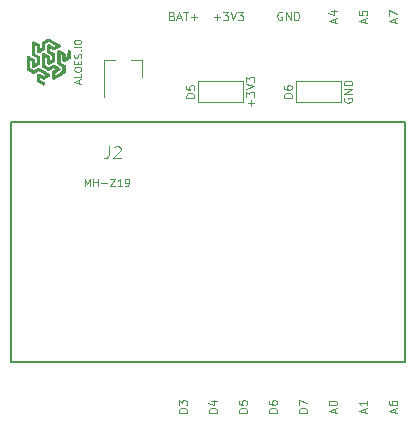
<source format=gto>
G04 #@! TF.FileFunction,Legend,Top*
%FSLAX46Y46*%
G04 Gerber Fmt 4.6, Leading zero omitted, Abs format (unit mm)*
G04 Created by KiCad (PCBNEW 4.0.7-e2-6376~58~ubuntu17.04.1) date Fri Oct  6 15:08:15 2017*
%MOMM*%
%LPD*%
G01*
G04 APERTURE LIST*
%ADD10C,0.100000*%
%ADD11C,0.127000*%
%ADD12C,0.120000*%
%ADD13C,0.010000*%
%ADD14C,0.050000*%
G04 APERTURE END LIST*
D10*
X172370000Y-96418333D02*
X172336667Y-96484999D01*
X172336667Y-96584999D01*
X172370000Y-96684999D01*
X172436667Y-96751666D01*
X172503333Y-96784999D01*
X172636667Y-96818333D01*
X172736667Y-96818333D01*
X172870000Y-96784999D01*
X172936667Y-96751666D01*
X173003333Y-96684999D01*
X173036667Y-96584999D01*
X173036667Y-96518333D01*
X173003333Y-96418333D01*
X172970000Y-96384999D01*
X172736667Y-96384999D01*
X172736667Y-96518333D01*
X173036667Y-96084999D02*
X172336667Y-96084999D01*
X173036667Y-95684999D01*
X172336667Y-95684999D01*
X173036667Y-95351666D02*
X172336667Y-95351666D01*
X172336667Y-95185000D01*
X172370000Y-95085000D01*
X172436667Y-95018333D01*
X172503333Y-94985000D01*
X172636667Y-94951666D01*
X172736667Y-94951666D01*
X172870000Y-94985000D01*
X172936667Y-95018333D01*
X173003333Y-95085000D01*
X173036667Y-95185000D01*
X173036667Y-95351666D01*
X164515000Y-97118333D02*
X164515000Y-96585000D01*
X164781667Y-96851667D02*
X164248333Y-96851667D01*
X164081667Y-96318333D02*
X164081667Y-95885000D01*
X164348333Y-96118333D01*
X164348333Y-96018333D01*
X164381667Y-95951666D01*
X164415000Y-95918333D01*
X164481667Y-95885000D01*
X164648333Y-95885000D01*
X164715000Y-95918333D01*
X164748333Y-95951666D01*
X164781667Y-96018333D01*
X164781667Y-96218333D01*
X164748333Y-96285000D01*
X164715000Y-96318333D01*
X164081667Y-95684999D02*
X164781667Y-95451666D01*
X164081667Y-95218333D01*
X164081667Y-95051666D02*
X164081667Y-94618333D01*
X164348333Y-94851666D01*
X164348333Y-94751666D01*
X164381667Y-94684999D01*
X164415000Y-94651666D01*
X164481667Y-94618333D01*
X164648333Y-94618333D01*
X164715000Y-94651666D01*
X164748333Y-94684999D01*
X164781667Y-94751666D01*
X164781667Y-94951666D01*
X164748333Y-95018333D01*
X164715000Y-95051666D01*
X159701667Y-96401666D02*
X159001667Y-96401666D01*
X159001667Y-96235000D01*
X159035000Y-96135000D01*
X159101667Y-96068333D01*
X159168333Y-96035000D01*
X159301667Y-96001666D01*
X159401667Y-96001666D01*
X159535000Y-96035000D01*
X159601667Y-96068333D01*
X159668333Y-96135000D01*
X159701667Y-96235000D01*
X159701667Y-96401666D01*
X159001667Y-95368333D02*
X159001667Y-95701666D01*
X159335000Y-95735000D01*
X159301667Y-95701666D01*
X159268333Y-95635000D01*
X159268333Y-95468333D01*
X159301667Y-95401666D01*
X159335000Y-95368333D01*
X159401667Y-95335000D01*
X159568333Y-95335000D01*
X159635000Y-95368333D01*
X159668333Y-95401666D01*
X159701667Y-95468333D01*
X159701667Y-95635000D01*
X159668333Y-95701666D01*
X159635000Y-95735000D01*
X167956667Y-96401666D02*
X167256667Y-96401666D01*
X167256667Y-96235000D01*
X167290000Y-96135000D01*
X167356667Y-96068333D01*
X167423333Y-96035000D01*
X167556667Y-96001666D01*
X167656667Y-96001666D01*
X167790000Y-96035000D01*
X167856667Y-96068333D01*
X167923333Y-96135000D01*
X167956667Y-96235000D01*
X167956667Y-96401666D01*
X167256667Y-95401666D02*
X167256667Y-95535000D01*
X167290000Y-95601666D01*
X167323333Y-95635000D01*
X167423333Y-95701666D01*
X167556667Y-95735000D01*
X167823333Y-95735000D01*
X167890000Y-95701666D01*
X167923333Y-95668333D01*
X167956667Y-95601666D01*
X167956667Y-95468333D01*
X167923333Y-95401666D01*
X167890000Y-95368333D01*
X167823333Y-95335000D01*
X167656667Y-95335000D01*
X167590000Y-95368333D01*
X167556667Y-95401666D01*
X167523333Y-95468333D01*
X167523333Y-95601666D01*
X167556667Y-95668333D01*
X167590000Y-95701666D01*
X167656667Y-95735000D01*
X149960000Y-95202142D02*
X149960000Y-94916428D01*
X150131429Y-95259285D02*
X149531429Y-95059285D01*
X150131429Y-94859285D01*
X150131429Y-94373571D02*
X150131429Y-94659285D01*
X149531429Y-94659285D01*
X149531429Y-94059285D02*
X149531429Y-93944999D01*
X149560000Y-93887857D01*
X149617143Y-93830714D01*
X149731429Y-93802142D01*
X149931429Y-93802142D01*
X150045714Y-93830714D01*
X150102857Y-93887857D01*
X150131429Y-93944999D01*
X150131429Y-94059285D01*
X150102857Y-94116428D01*
X150045714Y-94173571D01*
X149931429Y-94202142D01*
X149731429Y-94202142D01*
X149617143Y-94173571D01*
X149560000Y-94116428D01*
X149531429Y-94059285D01*
X149817143Y-93545000D02*
X149817143Y-93345000D01*
X150131429Y-93259286D02*
X150131429Y-93545000D01*
X149531429Y-93545000D01*
X149531429Y-93259286D01*
X150102857Y-93030714D02*
X150131429Y-92945000D01*
X150131429Y-92802143D01*
X150102857Y-92745000D01*
X150074286Y-92716429D01*
X150017143Y-92687857D01*
X149960000Y-92687857D01*
X149902857Y-92716429D01*
X149874286Y-92745000D01*
X149845714Y-92802143D01*
X149817143Y-92916429D01*
X149788571Y-92973571D01*
X149760000Y-93002143D01*
X149702857Y-93030714D01*
X149645714Y-93030714D01*
X149588571Y-93002143D01*
X149560000Y-92973571D01*
X149531429Y-92916429D01*
X149531429Y-92773571D01*
X149560000Y-92687857D01*
X150074286Y-92430714D02*
X150102857Y-92402142D01*
X150131429Y-92430714D01*
X150102857Y-92459285D01*
X150074286Y-92430714D01*
X150131429Y-92430714D01*
X150131429Y-92145000D02*
X149531429Y-92145000D01*
X149531429Y-91745000D02*
X149531429Y-91630714D01*
X149560000Y-91573572D01*
X149617143Y-91516429D01*
X149731429Y-91487857D01*
X149931429Y-91487857D01*
X150045714Y-91516429D01*
X150102857Y-91573572D01*
X150131429Y-91630714D01*
X150131429Y-91745000D01*
X150102857Y-91802143D01*
X150045714Y-91859286D01*
X149931429Y-91887857D01*
X149731429Y-91887857D01*
X149617143Y-91859286D01*
X149560000Y-91802143D01*
X149531429Y-91745000D01*
X176646667Y-90035000D02*
X176646667Y-89701666D01*
X176846667Y-90101666D02*
X176146667Y-89868333D01*
X176846667Y-89635000D01*
X176146667Y-89468333D02*
X176146667Y-89001666D01*
X176846667Y-89301666D01*
X174106667Y-90035000D02*
X174106667Y-89701666D01*
X174306667Y-90101666D02*
X173606667Y-89868333D01*
X174306667Y-89635000D01*
X173606667Y-89068333D02*
X173606667Y-89401666D01*
X173940000Y-89435000D01*
X173906667Y-89401666D01*
X173873333Y-89335000D01*
X173873333Y-89168333D01*
X173906667Y-89101666D01*
X173940000Y-89068333D01*
X174006667Y-89035000D01*
X174173333Y-89035000D01*
X174240000Y-89068333D01*
X174273333Y-89101666D01*
X174306667Y-89168333D01*
X174306667Y-89335000D01*
X174273333Y-89401666D01*
X174240000Y-89435000D01*
X171566667Y-90035000D02*
X171566667Y-89701666D01*
X171766667Y-90101666D02*
X171066667Y-89868333D01*
X171766667Y-89635000D01*
X171300000Y-89101666D02*
X171766667Y-89101666D01*
X171033333Y-89268333D02*
X171533333Y-89435000D01*
X171533333Y-89001666D01*
X167106667Y-89185000D02*
X167040001Y-89151667D01*
X166940001Y-89151667D01*
X166840001Y-89185000D01*
X166773334Y-89251667D01*
X166740001Y-89318333D01*
X166706667Y-89451667D01*
X166706667Y-89551667D01*
X166740001Y-89685000D01*
X166773334Y-89751667D01*
X166840001Y-89818333D01*
X166940001Y-89851667D01*
X167006667Y-89851667D01*
X167106667Y-89818333D01*
X167140001Y-89785000D01*
X167140001Y-89551667D01*
X167006667Y-89551667D01*
X167440001Y-89851667D02*
X167440001Y-89151667D01*
X167840001Y-89851667D01*
X167840001Y-89151667D01*
X168173334Y-89851667D02*
X168173334Y-89151667D01*
X168340000Y-89151667D01*
X168440000Y-89185000D01*
X168506667Y-89251667D01*
X168540000Y-89318333D01*
X168573334Y-89451667D01*
X168573334Y-89551667D01*
X168540000Y-89685000D01*
X168506667Y-89751667D01*
X168440000Y-89818333D01*
X168340000Y-89851667D01*
X168173334Y-89851667D01*
X161326667Y-89585000D02*
X161860000Y-89585000D01*
X161593333Y-89851667D02*
X161593333Y-89318333D01*
X162126667Y-89151667D02*
X162560000Y-89151667D01*
X162326667Y-89418333D01*
X162426667Y-89418333D01*
X162493334Y-89451667D01*
X162526667Y-89485000D01*
X162560000Y-89551667D01*
X162560000Y-89718333D01*
X162526667Y-89785000D01*
X162493334Y-89818333D01*
X162426667Y-89851667D01*
X162226667Y-89851667D01*
X162160000Y-89818333D01*
X162126667Y-89785000D01*
X162760001Y-89151667D02*
X162993334Y-89851667D01*
X163226667Y-89151667D01*
X163393334Y-89151667D02*
X163826667Y-89151667D01*
X163593334Y-89418333D01*
X163693334Y-89418333D01*
X163760001Y-89451667D01*
X163793334Y-89485000D01*
X163826667Y-89551667D01*
X163826667Y-89718333D01*
X163793334Y-89785000D01*
X163760001Y-89818333D01*
X163693334Y-89851667D01*
X163493334Y-89851667D01*
X163426667Y-89818333D01*
X163393334Y-89785000D01*
X157800000Y-89485000D02*
X157900000Y-89518333D01*
X157933333Y-89551667D01*
X157966667Y-89618333D01*
X157966667Y-89718333D01*
X157933333Y-89785000D01*
X157900000Y-89818333D01*
X157833333Y-89851667D01*
X157566667Y-89851667D01*
X157566667Y-89151667D01*
X157800000Y-89151667D01*
X157866667Y-89185000D01*
X157900000Y-89218333D01*
X157933333Y-89285000D01*
X157933333Y-89351667D01*
X157900000Y-89418333D01*
X157866667Y-89451667D01*
X157800000Y-89485000D01*
X157566667Y-89485000D01*
X158233333Y-89651667D02*
X158566667Y-89651667D01*
X158166667Y-89851667D02*
X158400000Y-89151667D01*
X158633333Y-89851667D01*
X158766667Y-89151667D02*
X159166667Y-89151667D01*
X158966667Y-89851667D02*
X158966667Y-89151667D01*
X159400000Y-89585000D02*
X159933333Y-89585000D01*
X159666666Y-89851667D02*
X159666666Y-89318333D01*
X176646667Y-123055000D02*
X176646667Y-122721666D01*
X176846667Y-123121666D02*
X176146667Y-122888333D01*
X176846667Y-122655000D01*
X176146667Y-122121666D02*
X176146667Y-122255000D01*
X176180000Y-122321666D01*
X176213333Y-122355000D01*
X176313333Y-122421666D01*
X176446667Y-122455000D01*
X176713333Y-122455000D01*
X176780000Y-122421666D01*
X176813333Y-122388333D01*
X176846667Y-122321666D01*
X176846667Y-122188333D01*
X176813333Y-122121666D01*
X176780000Y-122088333D01*
X176713333Y-122055000D01*
X176546667Y-122055000D01*
X176480000Y-122088333D01*
X176446667Y-122121666D01*
X176413333Y-122188333D01*
X176413333Y-122321666D01*
X176446667Y-122388333D01*
X176480000Y-122421666D01*
X176546667Y-122455000D01*
X174106667Y-123055000D02*
X174106667Y-122721666D01*
X174306667Y-123121666D02*
X173606667Y-122888333D01*
X174306667Y-122655000D01*
X174306667Y-122055000D02*
X174306667Y-122455000D01*
X174306667Y-122255000D02*
X173606667Y-122255000D01*
X173706667Y-122321666D01*
X173773333Y-122388333D01*
X173806667Y-122455000D01*
X171566667Y-123055000D02*
X171566667Y-122721666D01*
X171766667Y-123121666D02*
X171066667Y-122888333D01*
X171766667Y-122655000D01*
X171066667Y-122288333D02*
X171066667Y-122221666D01*
X171100000Y-122155000D01*
X171133333Y-122121666D01*
X171200000Y-122088333D01*
X171333333Y-122055000D01*
X171500000Y-122055000D01*
X171633333Y-122088333D01*
X171700000Y-122121666D01*
X171733333Y-122155000D01*
X171766667Y-122221666D01*
X171766667Y-122288333D01*
X171733333Y-122355000D01*
X171700000Y-122388333D01*
X171633333Y-122421666D01*
X171500000Y-122455000D01*
X171333333Y-122455000D01*
X171200000Y-122421666D01*
X171133333Y-122388333D01*
X171100000Y-122355000D01*
X171066667Y-122288333D01*
X169226667Y-123071666D02*
X168526667Y-123071666D01*
X168526667Y-122905000D01*
X168560000Y-122805000D01*
X168626667Y-122738333D01*
X168693333Y-122705000D01*
X168826667Y-122671666D01*
X168926667Y-122671666D01*
X169060000Y-122705000D01*
X169126667Y-122738333D01*
X169193333Y-122805000D01*
X169226667Y-122905000D01*
X169226667Y-123071666D01*
X168526667Y-122438333D02*
X168526667Y-121971666D01*
X169226667Y-122271666D01*
X166686667Y-123071666D02*
X165986667Y-123071666D01*
X165986667Y-122905000D01*
X166020000Y-122805000D01*
X166086667Y-122738333D01*
X166153333Y-122705000D01*
X166286667Y-122671666D01*
X166386667Y-122671666D01*
X166520000Y-122705000D01*
X166586667Y-122738333D01*
X166653333Y-122805000D01*
X166686667Y-122905000D01*
X166686667Y-123071666D01*
X165986667Y-122071666D02*
X165986667Y-122205000D01*
X166020000Y-122271666D01*
X166053333Y-122305000D01*
X166153333Y-122371666D01*
X166286667Y-122405000D01*
X166553333Y-122405000D01*
X166620000Y-122371666D01*
X166653333Y-122338333D01*
X166686667Y-122271666D01*
X166686667Y-122138333D01*
X166653333Y-122071666D01*
X166620000Y-122038333D01*
X166553333Y-122005000D01*
X166386667Y-122005000D01*
X166320000Y-122038333D01*
X166286667Y-122071666D01*
X166253333Y-122138333D01*
X166253333Y-122271666D01*
X166286667Y-122338333D01*
X166320000Y-122371666D01*
X166386667Y-122405000D01*
X164146667Y-123071666D02*
X163446667Y-123071666D01*
X163446667Y-122905000D01*
X163480000Y-122805000D01*
X163546667Y-122738333D01*
X163613333Y-122705000D01*
X163746667Y-122671666D01*
X163846667Y-122671666D01*
X163980000Y-122705000D01*
X164046667Y-122738333D01*
X164113333Y-122805000D01*
X164146667Y-122905000D01*
X164146667Y-123071666D01*
X163446667Y-122038333D02*
X163446667Y-122371666D01*
X163780000Y-122405000D01*
X163746667Y-122371666D01*
X163713333Y-122305000D01*
X163713333Y-122138333D01*
X163746667Y-122071666D01*
X163780000Y-122038333D01*
X163846667Y-122005000D01*
X164013333Y-122005000D01*
X164080000Y-122038333D01*
X164113333Y-122071666D01*
X164146667Y-122138333D01*
X164146667Y-122305000D01*
X164113333Y-122371666D01*
X164080000Y-122405000D01*
X161606667Y-123071666D02*
X160906667Y-123071666D01*
X160906667Y-122905000D01*
X160940000Y-122805000D01*
X161006667Y-122738333D01*
X161073333Y-122705000D01*
X161206667Y-122671666D01*
X161306667Y-122671666D01*
X161440000Y-122705000D01*
X161506667Y-122738333D01*
X161573333Y-122805000D01*
X161606667Y-122905000D01*
X161606667Y-123071666D01*
X161140000Y-122071666D02*
X161606667Y-122071666D01*
X160873333Y-122238333D02*
X161373333Y-122405000D01*
X161373333Y-121971666D01*
X159066667Y-123071666D02*
X158366667Y-123071666D01*
X158366667Y-122905000D01*
X158400000Y-122805000D01*
X158466667Y-122738333D01*
X158533333Y-122705000D01*
X158666667Y-122671666D01*
X158766667Y-122671666D01*
X158900000Y-122705000D01*
X158966667Y-122738333D01*
X159033333Y-122805000D01*
X159066667Y-122905000D01*
X159066667Y-123071666D01*
X158366667Y-122438333D02*
X158366667Y-122005000D01*
X158633333Y-122238333D01*
X158633333Y-122138333D01*
X158666667Y-122071666D01*
X158700000Y-122038333D01*
X158766667Y-122005000D01*
X158933333Y-122005000D01*
X159000000Y-122038333D01*
X159033333Y-122071666D01*
X159066667Y-122138333D01*
X159066667Y-122338333D01*
X159033333Y-122405000D01*
X159000000Y-122438333D01*
D11*
X144145000Y-98425000D02*
X144145000Y-118745000D01*
X144145000Y-118745000D02*
X177546000Y-118745000D01*
X177546000Y-118745000D02*
X177546000Y-98425000D01*
X177546000Y-98425000D02*
X144145000Y-98425000D01*
D12*
X160015000Y-96775000D02*
X163835000Y-96775000D01*
X163835000Y-96775000D02*
X163835000Y-94995000D01*
X163835000Y-94995000D02*
X160015000Y-94995000D01*
X160015000Y-96775000D02*
X160015000Y-94995000D01*
X168270000Y-96775000D02*
X172090000Y-96775000D01*
X172090000Y-96775000D02*
X172090000Y-94995000D01*
X172090000Y-94995000D02*
X168270000Y-94995000D01*
X168270000Y-96775000D02*
X168270000Y-94995000D01*
D13*
G36*
X145525126Y-93354945D02*
X145525220Y-93263675D01*
X145525419Y-93186716D01*
X145525760Y-93122758D01*
X145526284Y-93070489D01*
X145527027Y-93028599D01*
X145528028Y-92995776D01*
X145529325Y-92970709D01*
X145530957Y-92952088D01*
X145532962Y-92938601D01*
X145535379Y-92928938D01*
X145538245Y-92921787D01*
X145541030Y-92916758D01*
X145566640Y-92889028D01*
X145599393Y-92874938D01*
X145635443Y-92876031D01*
X145639662Y-92877211D01*
X145655949Y-92884233D01*
X145684091Y-92898526D01*
X145721785Y-92918756D01*
X145766725Y-92943590D01*
X145816606Y-92971695D01*
X145869124Y-93001739D01*
X145921973Y-93032388D01*
X145972848Y-93062309D01*
X146019445Y-93090170D01*
X146059458Y-93114638D01*
X146090583Y-93134379D01*
X146110515Y-93148061D01*
X146116037Y-93152694D01*
X146122113Y-93160064D01*
X146126798Y-93169116D01*
X146130367Y-93182179D01*
X146133096Y-93201585D01*
X146135261Y-93229664D01*
X146137138Y-93268746D01*
X146139004Y-93321163D01*
X146140108Y-93355985D01*
X146141922Y-93409701D01*
X146143804Y-93457224D01*
X146145635Y-93496121D01*
X146147296Y-93523962D01*
X146148666Y-93538313D01*
X146149121Y-93539733D01*
X146157205Y-93535723D01*
X146177349Y-93524658D01*
X146206968Y-93507988D01*
X146243477Y-93487162D01*
X146266154Y-93474117D01*
X146379884Y-93408500D01*
X146380200Y-93018186D01*
X146188386Y-92908873D01*
X146135549Y-92878381D01*
X146086730Y-92849488D01*
X146044149Y-92823565D01*
X146010027Y-92801984D01*
X145986586Y-92786117D01*
X145976719Y-92778150D01*
X145956867Y-92756740D01*
X145956867Y-91688855D01*
X145984787Y-91661794D01*
X145998613Y-91649194D01*
X146011887Y-91640167D01*
X146026269Y-91635259D01*
X146043417Y-91635016D01*
X146064992Y-91639985D01*
X146092654Y-91650711D01*
X146128061Y-91667741D01*
X146172872Y-91691622D01*
X146228749Y-91722898D01*
X146297349Y-91762117D01*
X146307734Y-91768083D01*
X146379273Y-91809520D01*
X146436979Y-91843706D01*
X146481966Y-91871354D01*
X146515343Y-91893176D01*
X146538222Y-91909885D01*
X146551716Y-91922195D01*
X146555235Y-91926833D01*
X146560610Y-91937704D01*
X146564771Y-91952023D01*
X146567955Y-91972221D01*
X146570401Y-92000729D01*
X146572348Y-92039977D01*
X146574035Y-92092397D01*
X146574934Y-92127550D01*
X146579167Y-92302868D01*
X146695583Y-92234682D01*
X146812000Y-92166496D01*
X146813077Y-92012798D01*
X146813761Y-91954858D01*
X146814949Y-91894717D01*
X146816504Y-91837683D01*
X146818291Y-91789062D01*
X146819427Y-91765967D01*
X146824700Y-91672833D01*
X146871267Y-91642081D01*
X146891506Y-91629277D01*
X146923787Y-91609539D01*
X146965503Y-91584429D01*
X147014048Y-91555511D01*
X147066814Y-91524345D01*
X147107884Y-91500264D01*
X147167415Y-91465673D01*
X147214416Y-91438920D01*
X147250831Y-91419050D01*
X147278601Y-91405109D01*
X147299668Y-91396142D01*
X147315974Y-91391195D01*
X147329461Y-91389312D01*
X147333800Y-91389200D01*
X147342672Y-91389965D01*
X147353782Y-91392677D01*
X147368291Y-91397954D01*
X147387360Y-91406419D01*
X147412149Y-91418693D01*
X147443819Y-91435398D01*
X147483530Y-91457153D01*
X147532442Y-91484580D01*
X147591717Y-91518301D01*
X147662514Y-91558936D01*
X147745995Y-91607107D01*
X147808383Y-91643201D01*
X147890677Y-91691049D01*
X147968059Y-91736436D01*
X148039271Y-91778601D01*
X148103055Y-91816780D01*
X148158155Y-91850213D01*
X148203312Y-91878138D01*
X148237268Y-91899793D01*
X148258767Y-91914415D01*
X148266108Y-91920485D01*
X148281908Y-91952355D01*
X148283691Y-91988711D01*
X148271342Y-92023880D01*
X148260929Y-92034827D01*
X148239023Y-92051368D01*
X148204911Y-92073958D01*
X148157882Y-92103051D01*
X148097224Y-92139100D01*
X148027200Y-92179703D01*
X147960759Y-92217722D01*
X147907183Y-92247923D01*
X147864790Y-92271145D01*
X147831895Y-92288232D01*
X147806813Y-92300026D01*
X147787860Y-92307367D01*
X147773352Y-92311098D01*
X147762392Y-92312066D01*
X147746334Y-92310485D01*
X147727281Y-92304971D01*
X147702690Y-92294369D01*
X147670017Y-92277523D01*
X147626722Y-92253277D01*
X147603325Y-92239779D01*
X147560213Y-92214844D01*
X147520541Y-92192065D01*
X147487340Y-92173168D01*
X147463644Y-92159883D01*
X147454425Y-92154895D01*
X147430067Y-92142298D01*
X147430329Y-92417900D01*
X147622815Y-92527966D01*
X147675657Y-92558535D01*
X147724438Y-92587420D01*
X147766956Y-92613266D01*
X147801012Y-92634717D01*
X147824405Y-92650416D01*
X147834350Y-92658319D01*
X147839494Y-92664106D01*
X147843615Y-92670545D01*
X147846824Y-92679445D01*
X147849231Y-92692612D01*
X147850948Y-92711855D01*
X147852085Y-92738980D01*
X147852753Y-92775795D01*
X147853064Y-92824108D01*
X147853129Y-92885724D01*
X147853057Y-92962453D01*
X147853056Y-92963119D01*
X147852712Y-93247633D01*
X147829773Y-93273638D01*
X147815421Y-93285714D01*
X147788880Y-93304062D01*
X147752384Y-93327412D01*
X147708167Y-93354495D01*
X147658462Y-93384040D01*
X147605504Y-93414777D01*
X147551527Y-93445436D01*
X147498764Y-93474747D01*
X147449450Y-93501440D01*
X147405818Y-93524246D01*
X147370101Y-93541893D01*
X147344536Y-93553113D01*
X147331931Y-93556667D01*
X147305766Y-93549951D01*
X147276566Y-93531632D01*
X147275363Y-93530650D01*
X147243800Y-93504634D01*
X147242881Y-93308400D01*
X147242378Y-93249153D01*
X147241479Y-93192643D01*
X147240270Y-93142069D01*
X147238832Y-93100631D01*
X147237248Y-93071527D01*
X147236531Y-93063492D01*
X147231100Y-93014818D01*
X147114683Y-92947921D01*
X146998267Y-92881025D01*
X146998267Y-93655047D01*
X147164793Y-93750499D01*
X147219379Y-93781602D01*
X147261351Y-93804964D01*
X147292658Y-93821491D01*
X147315246Y-93832088D01*
X147331063Y-93837660D01*
X147342055Y-93839112D01*
X147350170Y-93837349D01*
X147350912Y-93837025D01*
X147363483Y-93830389D01*
X147388416Y-93816478D01*
X147423459Y-93796575D01*
X147466362Y-93771964D01*
X147514876Y-93743927D01*
X147552573Y-93722016D01*
X147617296Y-93684775D01*
X147668909Y-93656170D01*
X147708520Y-93635639D01*
X147737238Y-93622618D01*
X147756169Y-93616548D01*
X147761732Y-93615933D01*
X147772795Y-93617258D01*
X147787579Y-93621706D01*
X147807408Y-93629984D01*
X147833611Y-93642802D01*
X147867512Y-93660869D01*
X147910439Y-93684892D01*
X147963718Y-93715581D01*
X148028675Y-93753644D01*
X148106637Y-93799790D01*
X148113504Y-93803870D01*
X148159948Y-93831972D01*
X148201628Y-93858155D01*
X148236240Y-93880894D01*
X148261481Y-93898663D01*
X148275047Y-93909936D01*
X148276488Y-93911807D01*
X148283936Y-93939482D01*
X148283082Y-93972792D01*
X148274254Y-94002805D01*
X148273048Y-94005097D01*
X148261287Y-94016679D01*
X148234991Y-94035619D01*
X148194700Y-94061570D01*
X148140960Y-94094185D01*
X148074311Y-94133118D01*
X148059565Y-94141583D01*
X147857634Y-94257205D01*
X147855310Y-94398480D01*
X147852986Y-94539756D01*
X147889177Y-94518565D01*
X147904349Y-94509740D01*
X147932397Y-94493487D01*
X147971533Y-94470838D01*
X148019967Y-94442830D01*
X148075909Y-94410496D01*
X148137570Y-94374872D01*
X148203160Y-94336991D01*
X148225934Y-94323842D01*
X148526500Y-94150311D01*
X148528619Y-93957205D01*
X148530738Y-93764100D01*
X148331082Y-93650142D01*
X148270296Y-93614937D01*
X148217294Y-93583219D01*
X148173637Y-93555977D01*
X148140884Y-93534199D01*
X148120594Y-93518873D01*
X148115180Y-93513369D01*
X148111849Y-93508114D01*
X148109007Y-93501562D01*
X148106615Y-93492415D01*
X148104634Y-93479374D01*
X148103026Y-93461139D01*
X148101751Y-93436412D01*
X148100773Y-93403894D01*
X148100050Y-93362286D01*
X148099546Y-93310291D01*
X148099221Y-93246608D01*
X148099036Y-93169939D01*
X148098953Y-93078985D01*
X148098934Y-92972448D01*
X148098934Y-92967926D01*
X148098950Y-92860786D01*
X148099025Y-92769270D01*
X148099199Y-92692068D01*
X148099511Y-92627869D01*
X148100001Y-92575364D01*
X148100710Y-92533243D01*
X148101677Y-92500196D01*
X148102941Y-92474913D01*
X148104543Y-92456084D01*
X148106522Y-92442400D01*
X148108918Y-92432550D01*
X148111771Y-92425224D01*
X148115121Y-92419113D01*
X148115636Y-92418274D01*
X148139053Y-92393975D01*
X148170065Y-92379582D01*
X148202647Y-92377362D01*
X148215547Y-92380679D01*
X148230696Y-92387882D01*
X148257792Y-92402214D01*
X148294548Y-92422361D01*
X148338678Y-92447008D01*
X148387893Y-92474838D01*
X148439908Y-92504537D01*
X148492435Y-92534789D01*
X148543187Y-92564278D01*
X148589877Y-92591690D01*
X148630218Y-92615709D01*
X148661923Y-92635019D01*
X148682706Y-92648305D01*
X148689483Y-92653274D01*
X148695655Y-92659415D01*
X148700325Y-92666617D01*
X148703704Y-92677144D01*
X148705999Y-92693260D01*
X148707421Y-92717228D01*
X148708178Y-92751314D01*
X148708479Y-92797780D01*
X148708533Y-92858891D01*
X148708533Y-92859642D01*
X148708804Y-92914140D01*
X148709563Y-92962447D01*
X148710730Y-93002172D01*
X148712223Y-93030922D01*
X148713963Y-93046307D01*
X148714883Y-93048241D01*
X148724038Y-93044049D01*
X148745141Y-93032762D01*
X148775535Y-93015848D01*
X148812562Y-92994779D01*
X148835533Y-92981521D01*
X148949833Y-92915226D01*
X148955054Y-92717363D01*
X148956613Y-92658172D01*
X148958087Y-92601977D01*
X148959397Y-92551892D01*
X148960459Y-92511033D01*
X148961194Y-92482512D01*
X148961404Y-92474213D01*
X148963597Y-92445208D01*
X148970268Y-92425799D01*
X148984268Y-92408727D01*
X148988829Y-92404363D01*
X149021049Y-92384402D01*
X149055950Y-92379353D01*
X149089730Y-92388487D01*
X149118584Y-92411074D01*
X149132546Y-92431931D01*
X149139210Y-92447183D01*
X149143671Y-92464357D01*
X149146260Y-92486903D01*
X149147311Y-92518269D01*
X149147157Y-92561905D01*
X149146882Y-92580546D01*
X149146074Y-92630080D01*
X149145095Y-92690550D01*
X149144043Y-92755958D01*
X149143014Y-92820308D01*
X149142467Y-92854745D01*
X149141493Y-92910175D01*
X149140381Y-92951199D01*
X149138822Y-92980343D01*
X149136505Y-93000132D01*
X149133122Y-93013093D01*
X149128365Y-93021752D01*
X149121923Y-93028635D01*
X149121101Y-93029389D01*
X149109157Y-93037872D01*
X149084505Y-93053539D01*
X149049147Y-93075184D01*
X149005084Y-93101598D01*
X148954318Y-93131575D01*
X148898849Y-93163908D01*
X148880308Y-93174627D01*
X148816525Y-93211312D01*
X148765502Y-93240296D01*
X148725409Y-93262472D01*
X148694416Y-93278734D01*
X148670691Y-93289975D01*
X148652404Y-93297087D01*
X148637724Y-93300963D01*
X148624822Y-93302497D01*
X148617841Y-93302666D01*
X148591334Y-93301145D01*
X148573961Y-93294236D01*
X148558024Y-93278420D01*
X148554017Y-93273485D01*
X148530733Y-93244305D01*
X148530731Y-93008902D01*
X148530729Y-92773500D01*
X148452415Y-92729154D01*
X148413967Y-92707332D01*
X148375503Y-92685416D01*
X148342834Y-92666721D01*
X148329650Y-92659133D01*
X148285200Y-92633457D01*
X148285239Y-93020979D01*
X148285277Y-93408500D01*
X148465155Y-93509328D01*
X148517362Y-93539093D01*
X148566334Y-93567949D01*
X148609541Y-93594333D01*
X148644457Y-93616682D01*
X148668553Y-93633433D01*
X148676783Y-93640163D01*
X148708533Y-93670170D01*
X148708264Y-93958435D01*
X148708070Y-94039032D01*
X148707610Y-94104289D01*
X148706822Y-94155798D01*
X148705642Y-94195151D01*
X148704006Y-94223940D01*
X148701852Y-94243756D01*
X148699117Y-94256192D01*
X148696181Y-94262291D01*
X148686892Y-94269219D01*
X148664216Y-94283781D01*
X148629460Y-94305199D01*
X148583931Y-94332694D01*
X148528936Y-94365487D01*
X148465783Y-94402797D01*
X148395778Y-94443845D01*
X148320230Y-94487853D01*
X148240445Y-94534041D01*
X148238191Y-94535341D01*
X148142574Y-94590503D01*
X148060472Y-94637735D01*
X147990723Y-94677552D01*
X147932164Y-94710465D01*
X147883631Y-94736990D01*
X147843962Y-94757639D01*
X147811993Y-94772925D01*
X147786563Y-94783362D01*
X147766507Y-94789464D01*
X147750663Y-94791744D01*
X147737868Y-94790714D01*
X147726959Y-94786889D01*
X147716773Y-94780783D01*
X147706148Y-94772907D01*
X147703916Y-94771202D01*
X147675600Y-94749605D01*
X147675600Y-94459077D01*
X147675646Y-94380997D01*
X147675846Y-94318060D01*
X147676294Y-94268476D01*
X147677085Y-94230454D01*
X147678313Y-94202204D01*
X147680071Y-94181936D01*
X147682453Y-94167860D01*
X147685554Y-94158185D01*
X147689468Y-94151120D01*
X147691958Y-94147755D01*
X147704424Y-94136883D01*
X147728948Y-94119515D01*
X147762814Y-94097431D01*
X147803306Y-94072408D01*
X147842241Y-94049380D01*
X147885717Y-94024149D01*
X147924583Y-94001505D01*
X147956274Y-93982950D01*
X147978226Y-93969984D01*
X147987608Y-93964287D01*
X147987857Y-93958204D01*
X147976722Y-93947077D01*
X147953431Y-93930391D01*
X147917215Y-93907633D01*
X147867302Y-93878287D01*
X147810759Y-93846226D01*
X147763884Y-93819960D01*
X147565225Y-93933667D01*
X147502275Y-93969435D01*
X147452082Y-93997282D01*
X147412921Y-94018059D01*
X147383065Y-94032619D01*
X147360789Y-94041812D01*
X147344367Y-94046490D01*
X147334348Y-94047554D01*
X147322789Y-94046245D01*
X147307477Y-94041663D01*
X147286825Y-94032999D01*
X147259244Y-94019442D01*
X147223147Y-94000183D01*
X147176948Y-93974411D01*
X147119060Y-93941317D01*
X147065727Y-93910454D01*
X146998900Y-93871484D01*
X146945367Y-93839829D01*
X146903656Y-93814514D01*
X146872293Y-93794566D01*
X146849808Y-93779010D01*
X146834728Y-93766872D01*
X146825580Y-93757179D01*
X146820893Y-93748956D01*
X146820663Y-93748324D01*
X146818701Y-93733986D01*
X146816974Y-93703229D01*
X146815491Y-93656563D01*
X146814258Y-93594501D01*
X146813284Y-93517555D01*
X146812578Y-93426236D01*
X146812147Y-93321057D01*
X146812000Y-93202529D01*
X146812000Y-92679301D01*
X146836079Y-92656233D01*
X146863211Y-92635924D01*
X146891687Y-92627687D01*
X146924594Y-92631536D01*
X146965021Y-92647489D01*
X146983569Y-92657036D01*
X147038995Y-92687379D01*
X147096937Y-92719892D01*
X147155433Y-92753397D01*
X147212519Y-92786718D01*
X147266234Y-92818676D01*
X147314615Y-92848094D01*
X147355699Y-92873794D01*
X147387522Y-92894598D01*
X147408123Y-92909329D01*
X147415278Y-92916072D01*
X147419670Y-92932759D01*
X147423455Y-92966194D01*
X147426618Y-93016200D01*
X147429148Y-93082603D01*
X147429988Y-93114059D01*
X147434300Y-93293752D01*
X147555107Y-93225242D01*
X147675913Y-93156731D01*
X147673640Y-92965115D01*
X147671367Y-92773500D01*
X147478149Y-92662640D01*
X147425182Y-92631913D01*
X147376225Y-92602877D01*
X147333480Y-92576888D01*
X147299149Y-92555303D01*
X147275436Y-92539478D01*
X147265112Y-92531406D01*
X147245292Y-92511033D01*
X147242429Y-92235867D01*
X147241747Y-92154829D01*
X147241586Y-92089143D01*
X147241989Y-92037233D01*
X147242999Y-91997523D01*
X147244659Y-91968440D01*
X147247011Y-91948407D01*
X147250098Y-91935849D01*
X147250621Y-91934527D01*
X147268176Y-91911121D01*
X147295953Y-91891994D01*
X147327240Y-91881276D01*
X147338807Y-91880266D01*
X147350870Y-91884358D01*
X147375379Y-91895876D01*
X147410172Y-91913690D01*
X147453084Y-91936665D01*
X147501952Y-91963671D01*
X147548070Y-91989814D01*
X147600245Y-92019629D01*
X147648123Y-92046790D01*
X147689578Y-92070107D01*
X147722486Y-92088389D01*
X147744720Y-92100446D01*
X147753764Y-92104962D01*
X147768235Y-92103022D01*
X147796318Y-92091317D01*
X147838073Y-92069820D01*
X147882881Y-92044679D01*
X147922032Y-92021837D01*
X147955370Y-92001805D01*
X147980404Y-91986126D01*
X147994640Y-91976344D01*
X147996967Y-91973981D01*
X147989851Y-91969065D01*
X147969846Y-91956795D01*
X147938766Y-91938223D01*
X147898423Y-91914397D01*
X147850631Y-91886367D01*
X147797202Y-91855183D01*
X147739949Y-91821894D01*
X147680686Y-91787551D01*
X147621226Y-91753203D01*
X147563380Y-91719899D01*
X147508963Y-91688690D01*
X147459787Y-91660624D01*
X147417666Y-91636753D01*
X147384412Y-91618125D01*
X147361838Y-91605790D01*
X147354564Y-91602036D01*
X147346371Y-91598662D01*
X147337648Y-91597551D01*
X147326359Y-91599606D01*
X147310472Y-91605733D01*
X147287950Y-91616838D01*
X147256760Y-91633824D01*
X147214867Y-91657598D01*
X147164609Y-91686539D01*
X146998267Y-91782574D01*
X146998232Y-91922437D01*
X146997841Y-91980687D01*
X146996790Y-92043656D01*
X146995227Y-92104776D01*
X146993299Y-92157481D01*
X146992677Y-92170555D01*
X146987156Y-92278810D01*
X146914395Y-92323696D01*
X146885076Y-92341497D01*
X146844464Y-92365753D01*
X146795939Y-92394466D01*
X146742881Y-92425639D01*
X146688669Y-92457274D01*
X146671360Y-92467324D01*
X146610825Y-92502139D01*
X146562762Y-92528738D01*
X146525158Y-92547678D01*
X146496003Y-92559517D01*
X146473284Y-92564812D01*
X146454990Y-92564122D01*
X146439110Y-92558004D01*
X146423631Y-92547015D01*
X146414067Y-92538650D01*
X146384434Y-92511730D01*
X146381470Y-92268924D01*
X146378507Y-92026117D01*
X146268024Y-91963775D01*
X146228852Y-91941751D01*
X146194799Y-91922754D01*
X146168638Y-91908320D01*
X146153141Y-91899983D01*
X146150337Y-91898611D01*
X146148860Y-91906206D01*
X146147486Y-91929067D01*
X146146244Y-91965530D01*
X146145168Y-92013929D01*
X146144287Y-92072597D01*
X146143634Y-92139868D01*
X146143241Y-92214077D01*
X146143133Y-92280128D01*
X146143133Y-92664468D01*
X146345695Y-92781948D01*
X146416071Y-92823268D01*
X146471817Y-92857132D01*
X146513365Y-92883822D01*
X146541148Y-92903617D01*
X146555598Y-92916801D01*
X146557549Y-92919824D01*
X146560840Y-92935337D01*
X146563860Y-92965150D01*
X146566564Y-93006634D01*
X146568906Y-93057157D01*
X146570842Y-93114089D01*
X146572324Y-93174798D01*
X146573308Y-93236654D01*
X146573748Y-93297026D01*
X146573598Y-93353283D01*
X146572813Y-93402795D01*
X146571348Y-93442930D01*
X146569155Y-93471058D01*
X146567292Y-93481752D01*
X146564347Y-93492571D01*
X146561255Y-93501744D01*
X146556571Y-93510291D01*
X146548844Y-93519237D01*
X146536628Y-93529604D01*
X146518475Y-93542414D01*
X146492937Y-93558690D01*
X146458565Y-93579455D01*
X146413913Y-93605731D01*
X146357532Y-93638541D01*
X146288920Y-93678358D01*
X146223411Y-93716196D01*
X146170611Y-93746055D01*
X146128699Y-93768660D01*
X146095858Y-93784734D01*
X146070268Y-93795000D01*
X146050112Y-93800184D01*
X146033570Y-93801009D01*
X146018825Y-93798197D01*
X146004057Y-93792475D01*
X146003197Y-93792085D01*
X145990295Y-93785350D01*
X145980033Y-93776945D01*
X145972110Y-93764995D01*
X145966226Y-93747622D01*
X145962079Y-93722951D01*
X145959371Y-93689105D01*
X145957800Y-93644209D01*
X145957066Y-93586385D01*
X145956869Y-93513759D01*
X145956867Y-93502726D01*
X145956867Y-93270144D01*
X145837440Y-93201739D01*
X145797124Y-93178761D01*
X145762194Y-93159070D01*
X145735176Y-93144073D01*
X145718599Y-93135178D01*
X145714588Y-93133333D01*
X145713934Y-93141520D01*
X145713414Y-93164960D01*
X145713036Y-93201976D01*
X145712803Y-93250889D01*
X145712722Y-93310019D01*
X145712797Y-93377688D01*
X145713034Y-93452216D01*
X145713365Y-93519291D01*
X145715567Y-93905250D01*
X145881263Y-94000662D01*
X146046959Y-94096075D01*
X146249008Y-93978920D01*
X146308966Y-93944240D01*
X146356216Y-93917236D01*
X146392652Y-93897013D01*
X146420167Y-93882675D01*
X146440656Y-93873327D01*
X146456015Y-93868074D01*
X146468137Y-93866019D01*
X146478917Y-93866267D01*
X146485478Y-93867141D01*
X146502941Y-93873069D01*
X146533940Y-93887548D01*
X146578622Y-93910660D01*
X146637137Y-93942485D01*
X146709635Y-93983102D01*
X146796263Y-94032591D01*
X146841633Y-94058784D01*
X146951734Y-94122577D01*
X147047882Y-94178400D01*
X147130821Y-94226692D01*
X147201296Y-94267895D01*
X147260051Y-94302447D01*
X147307831Y-94330789D01*
X147345379Y-94353361D01*
X147373441Y-94370604D01*
X147392759Y-94382956D01*
X147404080Y-94390858D01*
X147406167Y-94392547D01*
X147420795Y-94415069D01*
X147426919Y-94445757D01*
X147423898Y-94477782D01*
X147416002Y-94497330D01*
X147403803Y-94509559D01*
X147378863Y-94528302D01*
X147343428Y-94552260D01*
X147299743Y-94580133D01*
X147250056Y-94610620D01*
X147196612Y-94642422D01*
X147141657Y-94674239D01*
X147087438Y-94704770D01*
X147036200Y-94732716D01*
X146990190Y-94756777D01*
X146951653Y-94775653D01*
X146922837Y-94788043D01*
X146905987Y-94792648D01*
X146905736Y-94792652D01*
X146890275Y-94790112D01*
X146867752Y-94781812D01*
X146836451Y-94766926D01*
X146794654Y-94744627D01*
X146740647Y-94714087D01*
X146730329Y-94708133D01*
X146685472Y-94682317D01*
X146645699Y-94659676D01*
X146613295Y-94641489D01*
X146590545Y-94629038D01*
X146579734Y-94623601D01*
X146579234Y-94623466D01*
X146577785Y-94631461D01*
X146576802Y-94653570D01*
X146576334Y-94686976D01*
X146576430Y-94728865D01*
X146576840Y-94760621D01*
X146579167Y-94897775D01*
X146762963Y-95004038D01*
X146815041Y-95034541D01*
X146863509Y-95063670D01*
X146906004Y-95089947D01*
X146940165Y-95111894D01*
X146963629Y-95128034D01*
X146972513Y-95135167D01*
X146993358Y-95165696D01*
X146998146Y-95200796D01*
X146986728Y-95239230D01*
X146985479Y-95241703D01*
X146967538Y-95266286D01*
X146942886Y-95279595D01*
X146907245Y-95283850D01*
X146904262Y-95283866D01*
X146891961Y-95282851D01*
X146877346Y-95279219D01*
X146858631Y-95272086D01*
X146834030Y-95260572D01*
X146801755Y-95243795D01*
X146760019Y-95220872D01*
X146707037Y-95190923D01*
X146651822Y-95159282D01*
X146595220Y-95126280D01*
X146542144Y-95094497D01*
X146494754Y-95065291D01*
X146455214Y-95040024D01*
X146425684Y-95020053D01*
X146408327Y-95006740D01*
X146406509Y-95004998D01*
X146377785Y-94975300D01*
X146386581Y-94408492D01*
X146413158Y-94384746D01*
X146428535Y-94372194D01*
X146443580Y-94363766D01*
X146460101Y-94360026D01*
X146479904Y-94361537D01*
X146504797Y-94368863D01*
X146536587Y-94382567D01*
X146577083Y-94403212D01*
X146628090Y-94431362D01*
X146691416Y-94467581D01*
X146706144Y-94476089D01*
X146905187Y-94591177D01*
X146945377Y-94568047D01*
X146970189Y-94553708D01*
X147004266Y-94533938D01*
X147042253Y-94511846D01*
X147064885Y-94498658D01*
X147144203Y-94452400D01*
X147069118Y-94408557D01*
X147043507Y-94393675D01*
X147005586Y-94371741D01*
X146957736Y-94344127D01*
X146902337Y-94312204D01*
X146841768Y-94277344D01*
X146778411Y-94240919D01*
X146737627Y-94217493D01*
X146481220Y-94070274D01*
X146449760Y-94085251D01*
X146432585Y-94094145D01*
X146403663Y-94109909D01*
X146365900Y-94130928D01*
X146322202Y-94155581D01*
X146275474Y-94182254D01*
X146274367Y-94182889D01*
X146213218Y-94217960D01*
X146164901Y-94245419D01*
X146127571Y-94266106D01*
X146099385Y-94280859D01*
X146078499Y-94290517D01*
X146063070Y-94295918D01*
X146051254Y-94297901D01*
X146041208Y-94297304D01*
X146031087Y-94294966D01*
X146029135Y-94294430D01*
X146014716Y-94288287D01*
X145987749Y-94274724D01*
X145950308Y-94254863D01*
X145904466Y-94229827D01*
X145852294Y-94200740D01*
X145795865Y-94168724D01*
X145774614Y-94156528D01*
X145703646Y-94115325D01*
X145646641Y-94081417D01*
X145602604Y-94054162D01*
X145570539Y-94032922D01*
X145549451Y-94017055D01*
X145538345Y-94005922D01*
X145536959Y-94003704D01*
X145534445Y-93996411D01*
X145532297Y-93984134D01*
X145530489Y-93965666D01*
X145528995Y-93939800D01*
X145527788Y-93905330D01*
X145526842Y-93861049D01*
X145526131Y-93805750D01*
X145525627Y-93738227D01*
X145525305Y-93657274D01*
X145525138Y-93561683D01*
X145525098Y-93461837D01*
X145525126Y-93354945D01*
X145525126Y-93354945D01*
G37*
X145525126Y-93354945D02*
X145525220Y-93263675D01*
X145525419Y-93186716D01*
X145525760Y-93122758D01*
X145526284Y-93070489D01*
X145527027Y-93028599D01*
X145528028Y-92995776D01*
X145529325Y-92970709D01*
X145530957Y-92952088D01*
X145532962Y-92938601D01*
X145535379Y-92928938D01*
X145538245Y-92921787D01*
X145541030Y-92916758D01*
X145566640Y-92889028D01*
X145599393Y-92874938D01*
X145635443Y-92876031D01*
X145639662Y-92877211D01*
X145655949Y-92884233D01*
X145684091Y-92898526D01*
X145721785Y-92918756D01*
X145766725Y-92943590D01*
X145816606Y-92971695D01*
X145869124Y-93001739D01*
X145921973Y-93032388D01*
X145972848Y-93062309D01*
X146019445Y-93090170D01*
X146059458Y-93114638D01*
X146090583Y-93134379D01*
X146110515Y-93148061D01*
X146116037Y-93152694D01*
X146122113Y-93160064D01*
X146126798Y-93169116D01*
X146130367Y-93182179D01*
X146133096Y-93201585D01*
X146135261Y-93229664D01*
X146137138Y-93268746D01*
X146139004Y-93321163D01*
X146140108Y-93355985D01*
X146141922Y-93409701D01*
X146143804Y-93457224D01*
X146145635Y-93496121D01*
X146147296Y-93523962D01*
X146148666Y-93538313D01*
X146149121Y-93539733D01*
X146157205Y-93535723D01*
X146177349Y-93524658D01*
X146206968Y-93507988D01*
X146243477Y-93487162D01*
X146266154Y-93474117D01*
X146379884Y-93408500D01*
X146380200Y-93018186D01*
X146188386Y-92908873D01*
X146135549Y-92878381D01*
X146086730Y-92849488D01*
X146044149Y-92823565D01*
X146010027Y-92801984D01*
X145986586Y-92786117D01*
X145976719Y-92778150D01*
X145956867Y-92756740D01*
X145956867Y-91688855D01*
X145984787Y-91661794D01*
X145998613Y-91649194D01*
X146011887Y-91640167D01*
X146026269Y-91635259D01*
X146043417Y-91635016D01*
X146064992Y-91639985D01*
X146092654Y-91650711D01*
X146128061Y-91667741D01*
X146172872Y-91691622D01*
X146228749Y-91722898D01*
X146297349Y-91762117D01*
X146307734Y-91768083D01*
X146379273Y-91809520D01*
X146436979Y-91843706D01*
X146481966Y-91871354D01*
X146515343Y-91893176D01*
X146538222Y-91909885D01*
X146551716Y-91922195D01*
X146555235Y-91926833D01*
X146560610Y-91937704D01*
X146564771Y-91952023D01*
X146567955Y-91972221D01*
X146570401Y-92000729D01*
X146572348Y-92039977D01*
X146574035Y-92092397D01*
X146574934Y-92127550D01*
X146579167Y-92302868D01*
X146695583Y-92234682D01*
X146812000Y-92166496D01*
X146813077Y-92012798D01*
X146813761Y-91954858D01*
X146814949Y-91894717D01*
X146816504Y-91837683D01*
X146818291Y-91789062D01*
X146819427Y-91765967D01*
X146824700Y-91672833D01*
X146871267Y-91642081D01*
X146891506Y-91629277D01*
X146923787Y-91609539D01*
X146965503Y-91584429D01*
X147014048Y-91555511D01*
X147066814Y-91524345D01*
X147107884Y-91500264D01*
X147167415Y-91465673D01*
X147214416Y-91438920D01*
X147250831Y-91419050D01*
X147278601Y-91405109D01*
X147299668Y-91396142D01*
X147315974Y-91391195D01*
X147329461Y-91389312D01*
X147333800Y-91389200D01*
X147342672Y-91389965D01*
X147353782Y-91392677D01*
X147368291Y-91397954D01*
X147387360Y-91406419D01*
X147412149Y-91418693D01*
X147443819Y-91435398D01*
X147483530Y-91457153D01*
X147532442Y-91484580D01*
X147591717Y-91518301D01*
X147662514Y-91558936D01*
X147745995Y-91607107D01*
X147808383Y-91643201D01*
X147890677Y-91691049D01*
X147968059Y-91736436D01*
X148039271Y-91778601D01*
X148103055Y-91816780D01*
X148158155Y-91850213D01*
X148203312Y-91878138D01*
X148237268Y-91899793D01*
X148258767Y-91914415D01*
X148266108Y-91920485D01*
X148281908Y-91952355D01*
X148283691Y-91988711D01*
X148271342Y-92023880D01*
X148260929Y-92034827D01*
X148239023Y-92051368D01*
X148204911Y-92073958D01*
X148157882Y-92103051D01*
X148097224Y-92139100D01*
X148027200Y-92179703D01*
X147960759Y-92217722D01*
X147907183Y-92247923D01*
X147864790Y-92271145D01*
X147831895Y-92288232D01*
X147806813Y-92300026D01*
X147787860Y-92307367D01*
X147773352Y-92311098D01*
X147762392Y-92312066D01*
X147746334Y-92310485D01*
X147727281Y-92304971D01*
X147702690Y-92294369D01*
X147670017Y-92277523D01*
X147626722Y-92253277D01*
X147603325Y-92239779D01*
X147560213Y-92214844D01*
X147520541Y-92192065D01*
X147487340Y-92173168D01*
X147463644Y-92159883D01*
X147454425Y-92154895D01*
X147430067Y-92142298D01*
X147430329Y-92417900D01*
X147622815Y-92527966D01*
X147675657Y-92558535D01*
X147724438Y-92587420D01*
X147766956Y-92613266D01*
X147801012Y-92634717D01*
X147824405Y-92650416D01*
X147834350Y-92658319D01*
X147839494Y-92664106D01*
X147843615Y-92670545D01*
X147846824Y-92679445D01*
X147849231Y-92692612D01*
X147850948Y-92711855D01*
X147852085Y-92738980D01*
X147852753Y-92775795D01*
X147853064Y-92824108D01*
X147853129Y-92885724D01*
X147853057Y-92962453D01*
X147853056Y-92963119D01*
X147852712Y-93247633D01*
X147829773Y-93273638D01*
X147815421Y-93285714D01*
X147788880Y-93304062D01*
X147752384Y-93327412D01*
X147708167Y-93354495D01*
X147658462Y-93384040D01*
X147605504Y-93414777D01*
X147551527Y-93445436D01*
X147498764Y-93474747D01*
X147449450Y-93501440D01*
X147405818Y-93524246D01*
X147370101Y-93541893D01*
X147344536Y-93553113D01*
X147331931Y-93556667D01*
X147305766Y-93549951D01*
X147276566Y-93531632D01*
X147275363Y-93530650D01*
X147243800Y-93504634D01*
X147242881Y-93308400D01*
X147242378Y-93249153D01*
X147241479Y-93192643D01*
X147240270Y-93142069D01*
X147238832Y-93100631D01*
X147237248Y-93071527D01*
X147236531Y-93063492D01*
X147231100Y-93014818D01*
X147114683Y-92947921D01*
X146998267Y-92881025D01*
X146998267Y-93655047D01*
X147164793Y-93750499D01*
X147219379Y-93781602D01*
X147261351Y-93804964D01*
X147292658Y-93821491D01*
X147315246Y-93832088D01*
X147331063Y-93837660D01*
X147342055Y-93839112D01*
X147350170Y-93837349D01*
X147350912Y-93837025D01*
X147363483Y-93830389D01*
X147388416Y-93816478D01*
X147423459Y-93796575D01*
X147466362Y-93771964D01*
X147514876Y-93743927D01*
X147552573Y-93722016D01*
X147617296Y-93684775D01*
X147668909Y-93656170D01*
X147708520Y-93635639D01*
X147737238Y-93622618D01*
X147756169Y-93616548D01*
X147761732Y-93615933D01*
X147772795Y-93617258D01*
X147787579Y-93621706D01*
X147807408Y-93629984D01*
X147833611Y-93642802D01*
X147867512Y-93660869D01*
X147910439Y-93684892D01*
X147963718Y-93715581D01*
X148028675Y-93753644D01*
X148106637Y-93799790D01*
X148113504Y-93803870D01*
X148159948Y-93831972D01*
X148201628Y-93858155D01*
X148236240Y-93880894D01*
X148261481Y-93898663D01*
X148275047Y-93909936D01*
X148276488Y-93911807D01*
X148283936Y-93939482D01*
X148283082Y-93972792D01*
X148274254Y-94002805D01*
X148273048Y-94005097D01*
X148261287Y-94016679D01*
X148234991Y-94035619D01*
X148194700Y-94061570D01*
X148140960Y-94094185D01*
X148074311Y-94133118D01*
X148059565Y-94141583D01*
X147857634Y-94257205D01*
X147855310Y-94398480D01*
X147852986Y-94539756D01*
X147889177Y-94518565D01*
X147904349Y-94509740D01*
X147932397Y-94493487D01*
X147971533Y-94470838D01*
X148019967Y-94442830D01*
X148075909Y-94410496D01*
X148137570Y-94374872D01*
X148203160Y-94336991D01*
X148225934Y-94323842D01*
X148526500Y-94150311D01*
X148528619Y-93957205D01*
X148530738Y-93764100D01*
X148331082Y-93650142D01*
X148270296Y-93614937D01*
X148217294Y-93583219D01*
X148173637Y-93555977D01*
X148140884Y-93534199D01*
X148120594Y-93518873D01*
X148115180Y-93513369D01*
X148111849Y-93508114D01*
X148109007Y-93501562D01*
X148106615Y-93492415D01*
X148104634Y-93479374D01*
X148103026Y-93461139D01*
X148101751Y-93436412D01*
X148100773Y-93403894D01*
X148100050Y-93362286D01*
X148099546Y-93310291D01*
X148099221Y-93246608D01*
X148099036Y-93169939D01*
X148098953Y-93078985D01*
X148098934Y-92972448D01*
X148098934Y-92967926D01*
X148098950Y-92860786D01*
X148099025Y-92769270D01*
X148099199Y-92692068D01*
X148099511Y-92627869D01*
X148100001Y-92575364D01*
X148100710Y-92533243D01*
X148101677Y-92500196D01*
X148102941Y-92474913D01*
X148104543Y-92456084D01*
X148106522Y-92442400D01*
X148108918Y-92432550D01*
X148111771Y-92425224D01*
X148115121Y-92419113D01*
X148115636Y-92418274D01*
X148139053Y-92393975D01*
X148170065Y-92379582D01*
X148202647Y-92377362D01*
X148215547Y-92380679D01*
X148230696Y-92387882D01*
X148257792Y-92402214D01*
X148294548Y-92422361D01*
X148338678Y-92447008D01*
X148387893Y-92474838D01*
X148439908Y-92504537D01*
X148492435Y-92534789D01*
X148543187Y-92564278D01*
X148589877Y-92591690D01*
X148630218Y-92615709D01*
X148661923Y-92635019D01*
X148682706Y-92648305D01*
X148689483Y-92653274D01*
X148695655Y-92659415D01*
X148700325Y-92666617D01*
X148703704Y-92677144D01*
X148705999Y-92693260D01*
X148707421Y-92717228D01*
X148708178Y-92751314D01*
X148708479Y-92797780D01*
X148708533Y-92858891D01*
X148708533Y-92859642D01*
X148708804Y-92914140D01*
X148709563Y-92962447D01*
X148710730Y-93002172D01*
X148712223Y-93030922D01*
X148713963Y-93046307D01*
X148714883Y-93048241D01*
X148724038Y-93044049D01*
X148745141Y-93032762D01*
X148775535Y-93015848D01*
X148812562Y-92994779D01*
X148835533Y-92981521D01*
X148949833Y-92915226D01*
X148955054Y-92717363D01*
X148956613Y-92658172D01*
X148958087Y-92601977D01*
X148959397Y-92551892D01*
X148960459Y-92511033D01*
X148961194Y-92482512D01*
X148961404Y-92474213D01*
X148963597Y-92445208D01*
X148970268Y-92425799D01*
X148984268Y-92408727D01*
X148988829Y-92404363D01*
X149021049Y-92384402D01*
X149055950Y-92379353D01*
X149089730Y-92388487D01*
X149118584Y-92411074D01*
X149132546Y-92431931D01*
X149139210Y-92447183D01*
X149143671Y-92464357D01*
X149146260Y-92486903D01*
X149147311Y-92518269D01*
X149147157Y-92561905D01*
X149146882Y-92580546D01*
X149146074Y-92630080D01*
X149145095Y-92690550D01*
X149144043Y-92755958D01*
X149143014Y-92820308D01*
X149142467Y-92854745D01*
X149141493Y-92910175D01*
X149140381Y-92951199D01*
X149138822Y-92980343D01*
X149136505Y-93000132D01*
X149133122Y-93013093D01*
X149128365Y-93021752D01*
X149121923Y-93028635D01*
X149121101Y-93029389D01*
X149109157Y-93037872D01*
X149084505Y-93053539D01*
X149049147Y-93075184D01*
X149005084Y-93101598D01*
X148954318Y-93131575D01*
X148898849Y-93163908D01*
X148880308Y-93174627D01*
X148816525Y-93211312D01*
X148765502Y-93240296D01*
X148725409Y-93262472D01*
X148694416Y-93278734D01*
X148670691Y-93289975D01*
X148652404Y-93297087D01*
X148637724Y-93300963D01*
X148624822Y-93302497D01*
X148617841Y-93302666D01*
X148591334Y-93301145D01*
X148573961Y-93294236D01*
X148558024Y-93278420D01*
X148554017Y-93273485D01*
X148530733Y-93244305D01*
X148530731Y-93008902D01*
X148530729Y-92773500D01*
X148452415Y-92729154D01*
X148413967Y-92707332D01*
X148375503Y-92685416D01*
X148342834Y-92666721D01*
X148329650Y-92659133D01*
X148285200Y-92633457D01*
X148285239Y-93020979D01*
X148285277Y-93408500D01*
X148465155Y-93509328D01*
X148517362Y-93539093D01*
X148566334Y-93567949D01*
X148609541Y-93594333D01*
X148644457Y-93616682D01*
X148668553Y-93633433D01*
X148676783Y-93640163D01*
X148708533Y-93670170D01*
X148708264Y-93958435D01*
X148708070Y-94039032D01*
X148707610Y-94104289D01*
X148706822Y-94155798D01*
X148705642Y-94195151D01*
X148704006Y-94223940D01*
X148701852Y-94243756D01*
X148699117Y-94256192D01*
X148696181Y-94262291D01*
X148686892Y-94269219D01*
X148664216Y-94283781D01*
X148629460Y-94305199D01*
X148583931Y-94332694D01*
X148528936Y-94365487D01*
X148465783Y-94402797D01*
X148395778Y-94443845D01*
X148320230Y-94487853D01*
X148240445Y-94534041D01*
X148238191Y-94535341D01*
X148142574Y-94590503D01*
X148060472Y-94637735D01*
X147990723Y-94677552D01*
X147932164Y-94710465D01*
X147883631Y-94736990D01*
X147843962Y-94757639D01*
X147811993Y-94772925D01*
X147786563Y-94783362D01*
X147766507Y-94789464D01*
X147750663Y-94791744D01*
X147737868Y-94790714D01*
X147726959Y-94786889D01*
X147716773Y-94780783D01*
X147706148Y-94772907D01*
X147703916Y-94771202D01*
X147675600Y-94749605D01*
X147675600Y-94459077D01*
X147675646Y-94380997D01*
X147675846Y-94318060D01*
X147676294Y-94268476D01*
X147677085Y-94230454D01*
X147678313Y-94202204D01*
X147680071Y-94181936D01*
X147682453Y-94167860D01*
X147685554Y-94158185D01*
X147689468Y-94151120D01*
X147691958Y-94147755D01*
X147704424Y-94136883D01*
X147728948Y-94119515D01*
X147762814Y-94097431D01*
X147803306Y-94072408D01*
X147842241Y-94049380D01*
X147885717Y-94024149D01*
X147924583Y-94001505D01*
X147956274Y-93982950D01*
X147978226Y-93969984D01*
X147987608Y-93964287D01*
X147987857Y-93958204D01*
X147976722Y-93947077D01*
X147953431Y-93930391D01*
X147917215Y-93907633D01*
X147867302Y-93878287D01*
X147810759Y-93846226D01*
X147763884Y-93819960D01*
X147565225Y-93933667D01*
X147502275Y-93969435D01*
X147452082Y-93997282D01*
X147412921Y-94018059D01*
X147383065Y-94032619D01*
X147360789Y-94041812D01*
X147344367Y-94046490D01*
X147334348Y-94047554D01*
X147322789Y-94046245D01*
X147307477Y-94041663D01*
X147286825Y-94032999D01*
X147259244Y-94019442D01*
X147223147Y-94000183D01*
X147176948Y-93974411D01*
X147119060Y-93941317D01*
X147065727Y-93910454D01*
X146998900Y-93871484D01*
X146945367Y-93839829D01*
X146903656Y-93814514D01*
X146872293Y-93794566D01*
X146849808Y-93779010D01*
X146834728Y-93766872D01*
X146825580Y-93757179D01*
X146820893Y-93748956D01*
X146820663Y-93748324D01*
X146818701Y-93733986D01*
X146816974Y-93703229D01*
X146815491Y-93656563D01*
X146814258Y-93594501D01*
X146813284Y-93517555D01*
X146812578Y-93426236D01*
X146812147Y-93321057D01*
X146812000Y-93202529D01*
X146812000Y-92679301D01*
X146836079Y-92656233D01*
X146863211Y-92635924D01*
X146891687Y-92627687D01*
X146924594Y-92631536D01*
X146965021Y-92647489D01*
X146983569Y-92657036D01*
X147038995Y-92687379D01*
X147096937Y-92719892D01*
X147155433Y-92753397D01*
X147212519Y-92786718D01*
X147266234Y-92818676D01*
X147314615Y-92848094D01*
X147355699Y-92873794D01*
X147387522Y-92894598D01*
X147408123Y-92909329D01*
X147415278Y-92916072D01*
X147419670Y-92932759D01*
X147423455Y-92966194D01*
X147426618Y-93016200D01*
X147429148Y-93082603D01*
X147429988Y-93114059D01*
X147434300Y-93293752D01*
X147555107Y-93225242D01*
X147675913Y-93156731D01*
X147673640Y-92965115D01*
X147671367Y-92773500D01*
X147478149Y-92662640D01*
X147425182Y-92631913D01*
X147376225Y-92602877D01*
X147333480Y-92576888D01*
X147299149Y-92555303D01*
X147275436Y-92539478D01*
X147265112Y-92531406D01*
X147245292Y-92511033D01*
X147242429Y-92235867D01*
X147241747Y-92154829D01*
X147241586Y-92089143D01*
X147241989Y-92037233D01*
X147242999Y-91997523D01*
X147244659Y-91968440D01*
X147247011Y-91948407D01*
X147250098Y-91935849D01*
X147250621Y-91934527D01*
X147268176Y-91911121D01*
X147295953Y-91891994D01*
X147327240Y-91881276D01*
X147338807Y-91880266D01*
X147350870Y-91884358D01*
X147375379Y-91895876D01*
X147410172Y-91913690D01*
X147453084Y-91936665D01*
X147501952Y-91963671D01*
X147548070Y-91989814D01*
X147600245Y-92019629D01*
X147648123Y-92046790D01*
X147689578Y-92070107D01*
X147722486Y-92088389D01*
X147744720Y-92100446D01*
X147753764Y-92104962D01*
X147768235Y-92103022D01*
X147796318Y-92091317D01*
X147838073Y-92069820D01*
X147882881Y-92044679D01*
X147922032Y-92021837D01*
X147955370Y-92001805D01*
X147980404Y-91986126D01*
X147994640Y-91976344D01*
X147996967Y-91973981D01*
X147989851Y-91969065D01*
X147969846Y-91956795D01*
X147938766Y-91938223D01*
X147898423Y-91914397D01*
X147850631Y-91886367D01*
X147797202Y-91855183D01*
X147739949Y-91821894D01*
X147680686Y-91787551D01*
X147621226Y-91753203D01*
X147563380Y-91719899D01*
X147508963Y-91688690D01*
X147459787Y-91660624D01*
X147417666Y-91636753D01*
X147384412Y-91618125D01*
X147361838Y-91605790D01*
X147354564Y-91602036D01*
X147346371Y-91598662D01*
X147337648Y-91597551D01*
X147326359Y-91599606D01*
X147310472Y-91605733D01*
X147287950Y-91616838D01*
X147256760Y-91633824D01*
X147214867Y-91657598D01*
X147164609Y-91686539D01*
X146998267Y-91782574D01*
X146998232Y-91922437D01*
X146997841Y-91980687D01*
X146996790Y-92043656D01*
X146995227Y-92104776D01*
X146993299Y-92157481D01*
X146992677Y-92170555D01*
X146987156Y-92278810D01*
X146914395Y-92323696D01*
X146885076Y-92341497D01*
X146844464Y-92365753D01*
X146795939Y-92394466D01*
X146742881Y-92425639D01*
X146688669Y-92457274D01*
X146671360Y-92467324D01*
X146610825Y-92502139D01*
X146562762Y-92528738D01*
X146525158Y-92547678D01*
X146496003Y-92559517D01*
X146473284Y-92564812D01*
X146454990Y-92564122D01*
X146439110Y-92558004D01*
X146423631Y-92547015D01*
X146414067Y-92538650D01*
X146384434Y-92511730D01*
X146381470Y-92268924D01*
X146378507Y-92026117D01*
X146268024Y-91963775D01*
X146228852Y-91941751D01*
X146194799Y-91922754D01*
X146168638Y-91908320D01*
X146153141Y-91899983D01*
X146150337Y-91898611D01*
X146148860Y-91906206D01*
X146147486Y-91929067D01*
X146146244Y-91965530D01*
X146145168Y-92013929D01*
X146144287Y-92072597D01*
X146143634Y-92139868D01*
X146143241Y-92214077D01*
X146143133Y-92280128D01*
X146143133Y-92664468D01*
X146345695Y-92781948D01*
X146416071Y-92823268D01*
X146471817Y-92857132D01*
X146513365Y-92883822D01*
X146541148Y-92903617D01*
X146555598Y-92916801D01*
X146557549Y-92919824D01*
X146560840Y-92935337D01*
X146563860Y-92965150D01*
X146566564Y-93006634D01*
X146568906Y-93057157D01*
X146570842Y-93114089D01*
X146572324Y-93174798D01*
X146573308Y-93236654D01*
X146573748Y-93297026D01*
X146573598Y-93353283D01*
X146572813Y-93402795D01*
X146571348Y-93442930D01*
X146569155Y-93471058D01*
X146567292Y-93481752D01*
X146564347Y-93492571D01*
X146561255Y-93501744D01*
X146556571Y-93510291D01*
X146548844Y-93519237D01*
X146536628Y-93529604D01*
X146518475Y-93542414D01*
X146492937Y-93558690D01*
X146458565Y-93579455D01*
X146413913Y-93605731D01*
X146357532Y-93638541D01*
X146288920Y-93678358D01*
X146223411Y-93716196D01*
X146170611Y-93746055D01*
X146128699Y-93768660D01*
X146095858Y-93784734D01*
X146070268Y-93795000D01*
X146050112Y-93800184D01*
X146033570Y-93801009D01*
X146018825Y-93798197D01*
X146004057Y-93792475D01*
X146003197Y-93792085D01*
X145990295Y-93785350D01*
X145980033Y-93776945D01*
X145972110Y-93764995D01*
X145966226Y-93747622D01*
X145962079Y-93722951D01*
X145959371Y-93689105D01*
X145957800Y-93644209D01*
X145957066Y-93586385D01*
X145956869Y-93513759D01*
X145956867Y-93502726D01*
X145956867Y-93270144D01*
X145837440Y-93201739D01*
X145797124Y-93178761D01*
X145762194Y-93159070D01*
X145735176Y-93144073D01*
X145718599Y-93135178D01*
X145714588Y-93133333D01*
X145713934Y-93141520D01*
X145713414Y-93164960D01*
X145713036Y-93201976D01*
X145712803Y-93250889D01*
X145712722Y-93310019D01*
X145712797Y-93377688D01*
X145713034Y-93452216D01*
X145713365Y-93519291D01*
X145715567Y-93905250D01*
X145881263Y-94000662D01*
X146046959Y-94096075D01*
X146249008Y-93978920D01*
X146308966Y-93944240D01*
X146356216Y-93917236D01*
X146392652Y-93897013D01*
X146420167Y-93882675D01*
X146440656Y-93873327D01*
X146456015Y-93868074D01*
X146468137Y-93866019D01*
X146478917Y-93866267D01*
X146485478Y-93867141D01*
X146502941Y-93873069D01*
X146533940Y-93887548D01*
X146578622Y-93910660D01*
X146637137Y-93942485D01*
X146709635Y-93983102D01*
X146796263Y-94032591D01*
X146841633Y-94058784D01*
X146951734Y-94122577D01*
X147047882Y-94178400D01*
X147130821Y-94226692D01*
X147201296Y-94267895D01*
X147260051Y-94302447D01*
X147307831Y-94330789D01*
X147345379Y-94353361D01*
X147373441Y-94370604D01*
X147392759Y-94382956D01*
X147404080Y-94390858D01*
X147406167Y-94392547D01*
X147420795Y-94415069D01*
X147426919Y-94445757D01*
X147423898Y-94477782D01*
X147416002Y-94497330D01*
X147403803Y-94509559D01*
X147378863Y-94528302D01*
X147343428Y-94552260D01*
X147299743Y-94580133D01*
X147250056Y-94610620D01*
X147196612Y-94642422D01*
X147141657Y-94674239D01*
X147087438Y-94704770D01*
X147036200Y-94732716D01*
X146990190Y-94756777D01*
X146951653Y-94775653D01*
X146922837Y-94788043D01*
X146905987Y-94792648D01*
X146905736Y-94792652D01*
X146890275Y-94790112D01*
X146867752Y-94781812D01*
X146836451Y-94766926D01*
X146794654Y-94744627D01*
X146740647Y-94714087D01*
X146730329Y-94708133D01*
X146685472Y-94682317D01*
X146645699Y-94659676D01*
X146613295Y-94641489D01*
X146590545Y-94629038D01*
X146579734Y-94623601D01*
X146579234Y-94623466D01*
X146577785Y-94631461D01*
X146576802Y-94653570D01*
X146576334Y-94686976D01*
X146576430Y-94728865D01*
X146576840Y-94760621D01*
X146579167Y-94897775D01*
X146762963Y-95004038D01*
X146815041Y-95034541D01*
X146863509Y-95063670D01*
X146906004Y-95089947D01*
X146940165Y-95111894D01*
X146963629Y-95128034D01*
X146972513Y-95135167D01*
X146993358Y-95165696D01*
X146998146Y-95200796D01*
X146986728Y-95239230D01*
X146985479Y-95241703D01*
X146967538Y-95266286D01*
X146942886Y-95279595D01*
X146907245Y-95283850D01*
X146904262Y-95283866D01*
X146891961Y-95282851D01*
X146877346Y-95279219D01*
X146858631Y-95272086D01*
X146834030Y-95260572D01*
X146801755Y-95243795D01*
X146760019Y-95220872D01*
X146707037Y-95190923D01*
X146651822Y-95159282D01*
X146595220Y-95126280D01*
X146542144Y-95094497D01*
X146494754Y-95065291D01*
X146455214Y-95040024D01*
X146425684Y-95020053D01*
X146408327Y-95006740D01*
X146406509Y-95004998D01*
X146377785Y-94975300D01*
X146386581Y-94408492D01*
X146413158Y-94384746D01*
X146428535Y-94372194D01*
X146443580Y-94363766D01*
X146460101Y-94360026D01*
X146479904Y-94361537D01*
X146504797Y-94368863D01*
X146536587Y-94382567D01*
X146577083Y-94403212D01*
X146628090Y-94431362D01*
X146691416Y-94467581D01*
X146706144Y-94476089D01*
X146905187Y-94591177D01*
X146945377Y-94568047D01*
X146970189Y-94553708D01*
X147004266Y-94533938D01*
X147042253Y-94511846D01*
X147064885Y-94498658D01*
X147144203Y-94452400D01*
X147069118Y-94408557D01*
X147043507Y-94393675D01*
X147005586Y-94371741D01*
X146957736Y-94344127D01*
X146902337Y-94312204D01*
X146841768Y-94277344D01*
X146778411Y-94240919D01*
X146737627Y-94217493D01*
X146481220Y-94070274D01*
X146449760Y-94085251D01*
X146432585Y-94094145D01*
X146403663Y-94109909D01*
X146365900Y-94130928D01*
X146322202Y-94155581D01*
X146275474Y-94182254D01*
X146274367Y-94182889D01*
X146213218Y-94217960D01*
X146164901Y-94245419D01*
X146127571Y-94266106D01*
X146099385Y-94280859D01*
X146078499Y-94290517D01*
X146063070Y-94295918D01*
X146051254Y-94297901D01*
X146041208Y-94297304D01*
X146031087Y-94294966D01*
X146029135Y-94294430D01*
X146014716Y-94288287D01*
X145987749Y-94274724D01*
X145950308Y-94254863D01*
X145904466Y-94229827D01*
X145852294Y-94200740D01*
X145795865Y-94168724D01*
X145774614Y-94156528D01*
X145703646Y-94115325D01*
X145646641Y-94081417D01*
X145602604Y-94054162D01*
X145570539Y-94032922D01*
X145549451Y-94017055D01*
X145538345Y-94005922D01*
X145536959Y-94003704D01*
X145534445Y-93996411D01*
X145532297Y-93984134D01*
X145530489Y-93965666D01*
X145528995Y-93939800D01*
X145527788Y-93905330D01*
X145526842Y-93861049D01*
X145526131Y-93805750D01*
X145525627Y-93738227D01*
X145525305Y-93657274D01*
X145525138Y-93561683D01*
X145525098Y-93461837D01*
X145525126Y-93354945D01*
D12*
X155250000Y-93220000D02*
X154320000Y-93220000D01*
X152090000Y-93220000D02*
X153020000Y-93220000D01*
X152090000Y-93220000D02*
X152090000Y-96380000D01*
X155250000Y-93220000D02*
X155250000Y-94680000D01*
D14*
X152461583Y-100515893D02*
X152461583Y-101231728D01*
X152413861Y-101374895D01*
X152318416Y-101470340D01*
X152175249Y-101518063D01*
X152079804Y-101518063D01*
X152891085Y-100611337D02*
X152938807Y-100563615D01*
X153034252Y-100515893D01*
X153272864Y-100515893D01*
X153368308Y-100563615D01*
X153416031Y-100611337D01*
X153463753Y-100706782D01*
X153463753Y-100802227D01*
X153416031Y-100945394D01*
X152843362Y-101518063D01*
X153463753Y-101518063D01*
X150418822Y-103885246D02*
X150418822Y-103244533D01*
X150632393Y-103702185D01*
X150845964Y-103244533D01*
X150845964Y-103885246D01*
X151151065Y-103885246D02*
X151151065Y-103244533D01*
X151151065Y-103549634D02*
X151517186Y-103549634D01*
X151517186Y-103885246D02*
X151517186Y-103244533D01*
X151822288Y-103641165D02*
X152310450Y-103641165D01*
X152554531Y-103244533D02*
X152981673Y-103244533D01*
X152554531Y-103885246D01*
X152981673Y-103885246D01*
X153561366Y-103885246D02*
X153195245Y-103885246D01*
X153378305Y-103885246D02*
X153378305Y-103244533D01*
X153317285Y-103336063D01*
X153256265Y-103397084D01*
X153195245Y-103427594D01*
X153866468Y-103885246D02*
X153988508Y-103885246D01*
X154049529Y-103854736D01*
X154080039Y-103824226D01*
X154141059Y-103732695D01*
X154171569Y-103610655D01*
X154171569Y-103366573D01*
X154141059Y-103305553D01*
X154110549Y-103275043D01*
X154049529Y-103244533D01*
X153927488Y-103244533D01*
X153866468Y-103275043D01*
X153835958Y-103305553D01*
X153805448Y-103366573D01*
X153805448Y-103519124D01*
X153835958Y-103580144D01*
X153866468Y-103610655D01*
X153927488Y-103641165D01*
X154049529Y-103641165D01*
X154110549Y-103610655D01*
X154141059Y-103580144D01*
X154171569Y-103519124D01*
M02*

</source>
